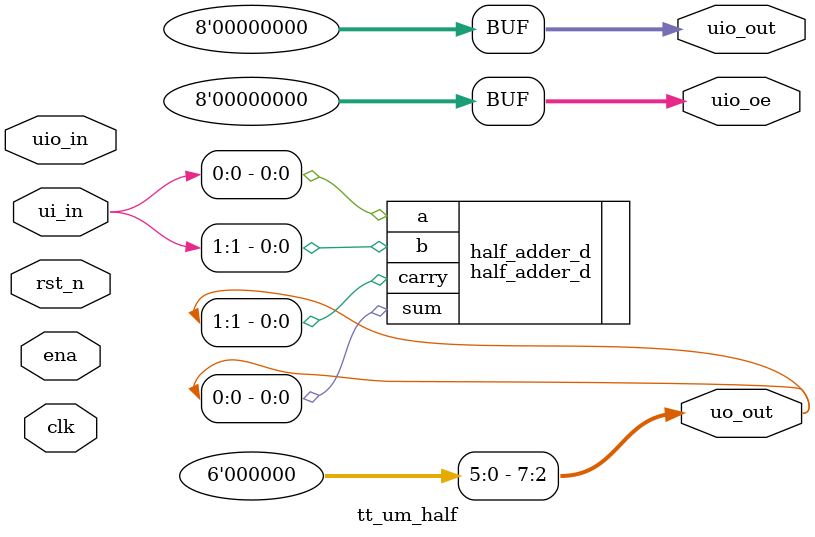
<source format=v>
/*
 * Copyright (c) 2024 Your Name
 * SPDX-License-Identifier: Apache-2.0
 */

`default_nettype none

module tt_um_half (
    input  wire [7:0] ui_in,    // Dedicated inputs
    output wire [7:0] uo_out,   // Dedicated outputs
    input  wire [7:0] uio_in,   // IOs: Input path
    output wire [7:0] uio_out,  // IOs: Output path
    output wire [7:0] uio_oe,   // IOs: Enable path (active high: 0=input, 1=output)
    input  wire       ena,      // always 1 when the design is powered, so you can ignore it
    input  wire       clk,      // clock
    input  wire       rst_n     // reset_n - low to reset
);

  // All output pins must be assigned. If not used, assign to 0.
    // Example: ou_out is the sum of ui_in and uio_in
  assign uio_out = 0;
  assign uio_oe  = 0;
  assign uo_out[7:2] =0;  

  // List all unused inputs to prevent warnings
  wire _unused = &{ena, clk, rst_n};
   
  half_adder_d half_adder_d (
        .a(ui_in[0]),
        .b(ui_in[1]),
        .sum(uo_out[0]),
        .carry(uo_out[1])
);

endmodule

</source>
